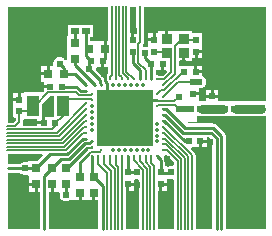
<source format=gtl>
G04*
G04 #@! TF.GenerationSoftware,Altium Limited,Altium Designer,21.0.9 (235)*
G04*
G04 Layer_Physical_Order=1*
G04 Layer_Color=255*
%FSLAX24Y24*%
%MOIN*%
G70*
G04*
G04 #@! TF.SameCoordinates,0FC08E8B-5143-46C9-A69D-0C2F4C58737C*
G04*
G04*
G04 #@! TF.FilePolarity,Positive*
G04*
G01*
G75*
%ADD10C,0.0098*%
%ADD12C,0.0079*%
%ADD13R,0.0256X0.0197*%
%ADD14R,0.0197X0.0236*%
%ADD15R,0.0236X0.0197*%
%ADD16R,0.0315X0.0295*%
%ADD17R,0.0374X0.0335*%
%ADD18R,0.0295X0.0315*%
%ADD19R,0.0300X0.0300*%
%ADD21R,0.1909X0.1909*%
%ADD22R,0.0394X0.0709*%
%ADD32C,0.0108*%
%ADD33C,0.0300*%
%ADD34C,0.0059*%
%ADD35C,0.0200*%
%ADD36C,0.0057*%
%ADD37C,0.0072*%
%ADD38C,0.0083*%
%ADD39C,0.0240*%
%ADD40C,0.0138*%
G36*
X372Y2817D02*
X316D01*
Y2598D01*
X216D01*
Y2817D01*
X169D01*
Y3708D01*
X372D01*
Y2817D01*
D02*
G37*
G36*
X-555Y2566D02*
X-609D01*
Y2309D01*
X-709D01*
Y2566D01*
X-907D01*
Y2566D01*
X-943D01*
Y2566D01*
X-1150D01*
Y2705D01*
X-1071D01*
Y3102D01*
X-1901D01*
Y2738D01*
X-1931D01*
Y2243D01*
X-1931D01*
Y2206D01*
X-1931D01*
Y1926D01*
X-1981Y1914D01*
X-1984Y1921D01*
X-2000Y1945D01*
X-2019Y1967D01*
X-2041Y1986D01*
X-2065Y2002D01*
X-2091Y2015D01*
X-2118Y2024D01*
X-2146Y2030D01*
X-2175Y2032D01*
X-2204Y2030D01*
X-2232Y2024D01*
X-2260Y2015D01*
X-2285Y2002D01*
X-2309Y1986D01*
X-2331Y1967D01*
X-2350Y1945D01*
X-2366Y1921D01*
X-2379Y1895D01*
X-2388Y1868D01*
X-2394Y1840D01*
X-2396Y1811D01*
X-2394Y1782D01*
X-2392Y1774D01*
X-2418Y1733D01*
X-2431Y1724D01*
X-2499D01*
Y1467D01*
X-2549D01*
Y1417D01*
X-2797D01*
Y1209D01*
X-2708D01*
Y1083D01*
X-2490D01*
Y983D01*
X-2708D01*
Y881D01*
X-2719Y872D01*
X-2765Y858D01*
Y858D01*
X-2765Y858D01*
X-3359D01*
Y828D01*
X-3465D01*
Y610D01*
X-3515D01*
Y560D01*
X-3713D01*
Y392D01*
Y-2D01*
X-3645D01*
Y-73D01*
X-3711Y-140D01*
X-3905D01*
Y3708D01*
X-555D01*
Y2566D01*
D02*
G37*
G36*
X4692Y550D02*
X4557D01*
X4550Y550D01*
X3690D01*
X3690Y550D01*
X3270Y550D01*
X3114D01*
Y667D01*
X2718D01*
Y550D01*
X2500Y550D01*
X2464Y585D01*
Y753D01*
X2266D01*
Y853D01*
X2464D01*
Y932D01*
X2486Y980D01*
X2515Y982D01*
X2543Y988D01*
X2570Y997D01*
X2596Y1010D01*
X2620Y1026D01*
X2642Y1045D01*
X2661Y1067D01*
X2677Y1091D01*
X2690Y1116D01*
X2699Y1144D01*
X2704Y1172D01*
X2706Y1201D01*
X2704Y1230D01*
X2699Y1258D01*
X2690Y1285D01*
X2677Y1311D01*
X2661Y1335D01*
X2642Y1357D01*
X2620Y1376D01*
X2596Y1392D01*
X2580Y1400D01*
Y1495D01*
X2362D01*
Y1545D01*
X2312D01*
Y1744D01*
X1803D01*
Y1906D01*
X1913D01*
Y2173D01*
X2013D01*
Y1906D01*
X2250D01*
Y1985D01*
X2328D01*
Y2203D01*
X2378D01*
Y2253D01*
X2576D01*
Y2379D01*
Y2815D01*
X2250D01*
Y2893D01*
X1442D01*
Y2626D01*
X1342D01*
Y2893D01*
X1105D01*
Y2815D01*
X1028D01*
Y2597D01*
X978D01*
Y2547D01*
X779D01*
Y2388D01*
X764Y2371D01*
X729Y2354D01*
X717Y2359D01*
X688Y2364D01*
X659Y2366D01*
X646Y2365D01*
X607Y2403D01*
X606Y2443D01*
X607Y2443D01*
X618Y2461D01*
X625Y2479D01*
X630Y2499D01*
X632Y2520D01*
Y3708D01*
X4692D01*
Y550D01*
D02*
G37*
G36*
X1320Y1593D02*
X1368D01*
X1389Y1543D01*
X1255Y1409D01*
X1166D01*
X1153Y1417D01*
X1130Y1427D01*
X1107Y1432D01*
X1083Y1434D01*
X1036Y1472D01*
Y1593D01*
X1220D01*
Y1791D01*
X1320D01*
Y1593D01*
D02*
G37*
G36*
X-683Y1702D02*
X-555D01*
Y1483D01*
X-584Y1454D01*
X-597Y1439D01*
X-608Y1421D01*
X-616Y1402D01*
X-620Y1383D01*
X-622Y1363D01*
X-630Y1350D01*
X-639Y1327D01*
X-686Y1318D01*
X-692Y1320D01*
X-693Y1323D01*
X-706Y1343D01*
X-721Y1361D01*
X-971Y1611D01*
X-970Y1619D01*
X-972Y1648D01*
X-973Y1652D01*
X-940Y1702D01*
X-783D01*
Y1900D01*
X-683D01*
Y1702D01*
D02*
G37*
G36*
X4692Y-3708D02*
X3373D01*
X3365Y-3700D01*
Y-616D01*
X3365Y-616D01*
X3363Y-592D01*
X3358Y-569D01*
X3349Y-548D01*
X3337Y-528D01*
X3321Y-510D01*
X3321Y-510D01*
X3042Y-231D01*
X3025Y-216D01*
X3004Y-203D01*
X2983Y-194D01*
X2960Y-189D01*
X2937Y-187D01*
X2086D01*
X2079Y-178D01*
X2106Y-128D01*
X2392D01*
Y50D01*
X2566D01*
X2566Y50D01*
X3070D01*
X3841Y50D01*
Y50D01*
X4550D01*
X4557Y50D01*
X4692D01*
Y-3708D01*
D02*
G37*
G36*
X-2375Y31D02*
X-2658D01*
Y-167D01*
X-2708D01*
Y-217D01*
X-2926D01*
Y-256D01*
X-3394D01*
X-3412Y-206D01*
X-3410Y-203D01*
X-3399Y-186D01*
X-3391Y-167D01*
X-3386Y-147D01*
X-3385Y-127D01*
Y-90D01*
X-3359Y-51D01*
X-2926D01*
Y-117D01*
X-2758D01*
Y31D01*
X-2765D01*
Y458D01*
X-2503Y720D01*
X-2375D01*
Y31D01*
D02*
G37*
G36*
X-2740Y-1259D02*
X-2917Y-1435D01*
X-3210D01*
Y-1439D01*
X-3220Y-1451D01*
X-3260Y-1473D01*
X-3270Y-1470D01*
X-3298Y-1464D01*
X-3327Y-1463D01*
X-3356Y-1464D01*
X-3384Y-1470D01*
X-3411Y-1479D01*
X-3437Y-1492D01*
X-3461Y-1508D01*
X-3483Y-1527D01*
X-3488Y-1533D01*
X-3890D01*
X-3905Y-1520D01*
Y-1213D01*
X-2759D01*
X-2740Y-1259D01*
D02*
G37*
G36*
X1630Y-1479D02*
Y-1565D01*
X1623Y-1575D01*
X1580Y-1603D01*
X1574Y-1602D01*
X1545Y-1600D01*
X1516Y-1602D01*
X1488Y-1608D01*
X1461Y-1617D01*
X1439Y-1628D01*
X1430Y-1625D01*
X1389Y-1603D01*
Y-1603D01*
X1341Y-1600D01*
Y-1388D01*
X1339Y-1364D01*
X1333Y-1342D01*
X1324Y-1320D01*
X1312Y-1300D01*
X1299Y-1284D01*
X1367Y-1216D01*
X1630Y-1479D01*
D02*
G37*
G36*
X2910Y-742D02*
Y-3700D01*
X2903Y-3708D01*
X2361D01*
X2354Y-3701D01*
Y-1233D01*
X2353Y-1213D01*
X2348Y-1193D01*
X2340Y-1174D01*
X2330Y-1157D01*
X2316Y-1141D01*
X2207Y-1032D01*
X2227Y-986D01*
X2470D01*
Y-787D01*
X2520D01*
Y-737D01*
X2738D01*
Y-642D01*
X2810D01*
X2910Y-742D01*
D02*
G37*
G36*
X1461Y-2025D02*
X1488Y-2034D01*
X1516Y-2039D01*
X1545Y-2041D01*
X1574Y-2039D01*
X1580Y-2038D01*
X1623Y-2066D01*
X1630Y-2077D01*
Y-3701D01*
X1623Y-3708D01*
X1096D01*
X1090Y-3701D01*
Y-2433D01*
X1141D01*
Y-2215D01*
X1191D01*
Y-2165D01*
X1389D01*
Y-2041D01*
X1395Y-2035D01*
X1422Y-2019D01*
X1439Y-2014D01*
X1461Y-2025D01*
D02*
G37*
G36*
X375Y-2039D02*
X404Y-2041D01*
X430Y-2040D01*
X433Y-2040D01*
X480Y-2076D01*
Y-3701D01*
X473Y-3708D01*
X38D01*
X32Y-3701D01*
Y-2433D01*
X48D01*
Y-2215D01*
X98D01*
Y-2165D01*
X297D01*
Y-2069D01*
X299Y-2065D01*
X343Y-2034D01*
X346Y-2034D01*
X375Y-2039D01*
D02*
G37*
G36*
X-2371Y-2462D02*
X-2211D01*
X-2188Y-2485D01*
X-2174Y-2512D01*
X-2177Y-2530D01*
X-2179Y-2559D01*
X-2177Y-2588D01*
X-2172Y-2616D01*
X-2162Y-2643D01*
X-2150Y-2669D01*
X-2134Y-2693D01*
X-2115Y-2715D01*
X-2093Y-2734D01*
X-2069Y-2750D01*
X-2043Y-2763D01*
X-2016Y-2772D01*
X-1987Y-2778D01*
X-1959Y-2780D01*
X-1930Y-2778D01*
X-1902Y-2772D01*
X-1874Y-2763D01*
X-1848Y-2750D01*
X-1824Y-2734D01*
X-1804Y-2716D01*
X-1800Y-2716D01*
X-1754Y-2735D01*
Y-2748D01*
X-1546D01*
Y-2500D01*
X-1446D01*
Y-2748D01*
X-1083D01*
Y-2500D01*
X-983D01*
Y-2748D01*
X-888D01*
Y-3691D01*
X-904Y-3708D01*
X-2530D01*
X-2537Y-3701D01*
Y-2462D01*
X-2471D01*
Y-2215D01*
X-2371D01*
Y-2462D01*
D02*
G37*
G36*
X-3483Y-1839D02*
X-3461Y-1858D01*
X-3437Y-1874D01*
X-3411Y-1887D01*
X-3384Y-1896D01*
X-3356Y-1902D01*
X-3327Y-1904D01*
X-3298Y-1902D01*
X-3270Y-1896D01*
X-3260Y-1893D01*
X-3247Y-1900D01*
X-3210Y-1931D01*
Y-1967D01*
X-3210D01*
Y-2165D01*
X-2953D01*
Y-2215D01*
X-2903D01*
Y-2462D01*
X-2837D01*
Y-3701D01*
X-2844Y-3708D01*
X-3905D01*
Y-1847D01*
X-3890Y-1833D01*
X-3488D01*
X-3483Y-1839D01*
D02*
G37*
%LPC*%
G36*
X-2599Y1724D02*
X-2797D01*
Y1517D01*
X-2599D01*
Y1724D01*
D02*
G37*
G36*
X-3565Y828D02*
X-3713D01*
Y660D01*
X-3565D01*
Y828D01*
D02*
G37*
G36*
X928Y2815D02*
X779D01*
Y2647D01*
X928D01*
Y2815D01*
D02*
G37*
G36*
X2576Y2153D02*
X2428D01*
Y1985D01*
X2576D01*
Y2153D01*
D02*
G37*
G36*
X2580Y1744D02*
X2412D01*
Y1595D01*
X2580D01*
Y1744D01*
D02*
G37*
G36*
X3114Y935D02*
X2966D01*
Y767D01*
X3114D01*
Y935D01*
D02*
G37*
G36*
X2866D02*
X2718D01*
Y767D01*
X2866D01*
Y935D01*
D02*
G37*
G36*
X2738Y-837D02*
X2570D01*
Y-986D01*
X2738D01*
Y-837D01*
D02*
G37*
G36*
X1389Y-2265D02*
X1241D01*
Y-2433D01*
X1389D01*
Y-2265D01*
D02*
G37*
G36*
X297D02*
X148D01*
Y-2433D01*
X297D01*
Y-2265D01*
D02*
G37*
G36*
X-3003D02*
X-3210D01*
Y-2462D01*
X-3003D01*
Y-2265D01*
D02*
G37*
%LPD*%
D10*
X3216Y-3700D02*
Y-616D01*
X3060Y-3700D02*
Y-680D01*
X2937Y-337D02*
X3216Y-616D01*
X2872Y-492D02*
X3060Y-680D01*
X-1299Y2067D02*
Y2904D01*
X-1191Y1619D02*
Y1959D01*
X-591Y591D02*
X0Y0D01*
X-591Y591D02*
Y1083D01*
X-2953Y-1683D02*
X-2490Y-1220D01*
X659Y2008D02*
Y2146D01*
Y2008D02*
X876Y1791D01*
X-2175Y1811D02*
X-2018Y1654D01*
Y1467D02*
Y1654D01*
X-2096Y1033D02*
X-1614D01*
X-1467Y886D01*
X-1280D01*
X-2018Y1467D02*
X-1663D01*
X-1280Y1083D01*
X-1673Y1772D02*
Y1959D01*
Y1772D02*
X-984Y1083D01*
X-1191Y1619D02*
X-827Y1255D01*
Y1152D02*
X-787Y1113D01*
Y1083D02*
Y1113D01*
X-827Y1152D02*
Y1255D01*
X-653Y1213D02*
Y1434D01*
Y1213D02*
X-591Y1151D01*
Y1083D02*
Y1151D01*
X-1673Y2904D02*
X-1673Y2904D01*
X-1673Y2490D02*
Y2904D01*
X266Y1830D02*
X492Y1604D01*
X266Y1830D02*
Y2205D01*
X98Y-1821D02*
X404D01*
X591Y591D02*
X1083D01*
X0Y0D02*
X236Y236D01*
X591Y591D01*
X-2490Y-1220D02*
X-1917D01*
X-1386Y-689D01*
X-1280D01*
X-2687Y-3701D02*
Y-1949D01*
X-2421Y-1683D01*
X-2116Y-1378D01*
X-1855D01*
X-1959Y-1683D02*
X-1940D01*
X-1269Y-1012D01*
X-1113Y-787D02*
X-1083D01*
X-1175Y-850D02*
X-1113Y-787D01*
X-1327Y-850D02*
X-1175D01*
X-1855Y-1378D02*
X-1327Y-850D01*
X98Y-1821D02*
Y-1280D01*
X1083D02*
X1191Y-1388D01*
Y-1821D02*
Y-1388D01*
Y-1821D02*
X1211Y-1841D01*
X1280Y98D02*
X1333D01*
X1280Y295D02*
X1356D01*
X1280Y-98D02*
X1310D01*
X1356Y295D02*
X1988Y-337D01*
X2937D01*
X1923Y-492D02*
X2872D01*
X1333Y98D02*
X1923Y-492D01*
X1999Y-787D02*
X2126D01*
X1310Y-98D02*
X1999Y-787D01*
X492Y1280D02*
Y1604D01*
X886Y1280D02*
Y1781D01*
X876Y1791D02*
X886Y1781D01*
X-1959Y-2559D02*
Y-2215D01*
Y-2559D02*
X-1959Y-2559D01*
X1211Y-1841D02*
X1545D01*
X-1083Y-1919D02*
X-1033Y-1969D01*
X-1083Y-1919D02*
Y-1280D01*
X-1496Y-1969D02*
Y-1484D01*
X-1243Y-1231D01*
X-1033Y-1969D02*
X-738Y-2264D01*
Y-3691D02*
Y-2264D01*
X-3890Y-1683D02*
X-3327D01*
X-2953D01*
X-1299Y2067D02*
X-1191Y1959D01*
X-659Y1974D02*
Y2309D01*
X-733Y1900D02*
X-659Y1974D01*
D12*
X-886Y-1535D02*
Y-1280D01*
X-689Y-1535D02*
Y-1280D01*
Y-1535D02*
X-457Y-1768D01*
X-886Y-1535D02*
X-593Y-1829D01*
X-457Y-3701D02*
Y-1768D01*
X-593Y-3701D02*
Y-1829D01*
D13*
X3667Y302D02*
D03*
X3293D02*
D03*
X2165Y302D02*
D03*
X2539Y302D02*
D03*
X-1673Y2904D02*
D03*
X-1299D02*
D03*
D14*
X2916Y323D02*
D03*
Y717D02*
D03*
X1792Y305D02*
D03*
Y699D02*
D03*
X2266Y1197D02*
D03*
Y803D02*
D03*
X1191Y-1821D02*
D03*
Y-2215D02*
D03*
X98Y-1821D02*
D03*
Y-2215D02*
D03*
X2378Y2597D02*
D03*
Y2203D02*
D03*
X978Y2203D02*
D03*
Y2597D02*
D03*
X266Y2205D02*
D03*
Y2598D02*
D03*
X-3515Y217D02*
D03*
Y610D02*
D03*
D15*
X876Y1791D02*
D03*
X1270D02*
D03*
X2126Y-787D02*
D03*
X2520D02*
D03*
X1969Y1545D02*
D03*
X2362D02*
D03*
X-2096Y1033D02*
D03*
X-2490D02*
D03*
X-2314Y-167D02*
D03*
X-2708D02*
D03*
X-1127Y1900D02*
D03*
X-733D02*
D03*
D16*
X-1959Y-2215D02*
D03*
Y-1683D02*
D03*
X-2421Y-2215D02*
D03*
Y-1683D02*
D03*
X-2953Y-2215D02*
D03*
Y-1683D02*
D03*
X-1673Y2490D02*
D03*
Y1959D02*
D03*
X-1496Y-2500D02*
D03*
Y-1969D02*
D03*
X-1033Y-2500D02*
D03*
Y-1969D02*
D03*
D17*
X1392Y2173D02*
D03*
Y2626D02*
D03*
X1963D02*
D03*
Y2173D02*
D03*
D18*
X-2549Y1467D02*
D03*
X-2018D02*
D03*
X-1191Y2309D02*
D03*
X-659D02*
D03*
D19*
X4550Y300D02*
D03*
D21*
X0Y0D02*
D03*
D22*
X-2078Y404D02*
D03*
X-3062D02*
D03*
D32*
X886Y1280D02*
D03*
X-492D02*
D03*
X-295D02*
D03*
X-98D02*
D03*
X98D02*
D03*
X295D02*
D03*
X492D02*
D03*
X689D02*
D03*
X1083D02*
D03*
X-1280Y1083D02*
D03*
X-984D02*
D03*
X-787D02*
D03*
X-591D02*
D03*
X-394D02*
D03*
X-197D02*
D03*
X0D02*
D03*
X197D02*
D03*
X394D02*
D03*
X591D02*
D03*
X1280D02*
D03*
X1083Y787D02*
D03*
X-1280Y886D02*
D03*
X-1083Y787D02*
D03*
X1280Y689D02*
D03*
X-1083Y591D02*
D03*
X1083D02*
D03*
X-1280Y492D02*
D03*
X-1083Y394D02*
D03*
X1083D02*
D03*
X-1280Y295D02*
D03*
X1280D02*
D03*
X-1083Y197D02*
D03*
X-1280Y98D02*
D03*
X1280D02*
D03*
X-1083Y0D02*
D03*
X-1280Y-98D02*
D03*
X1280D02*
D03*
X-1083Y-197D02*
D03*
X1083D02*
D03*
X-1280Y-295D02*
D03*
X1280D02*
D03*
X-1083Y-394D02*
D03*
X1083D02*
D03*
X-1280Y-492D02*
D03*
X1280D02*
D03*
X1083Y-591D02*
D03*
X-1280Y-689D02*
D03*
X1280D02*
D03*
X-1083Y-787D02*
D03*
X1083D02*
D03*
X1280Y-886D02*
D03*
X-1083Y-984D02*
D03*
X-787Y-1083D02*
D03*
X-394D02*
D03*
X-197D02*
D03*
X0D02*
D03*
X197D02*
D03*
X394D02*
D03*
X591D02*
D03*
X787D02*
D03*
X1280D02*
D03*
X-1083Y-1280D02*
D03*
X-886D02*
D03*
X-689D02*
D03*
X-492D02*
D03*
X-295D02*
D03*
X-98D02*
D03*
X98D02*
D03*
X295D02*
D03*
X492D02*
D03*
X689D02*
D03*
X886D02*
D03*
X1083D02*
D03*
D33*
X3690Y300D02*
X4550D01*
X2566D02*
X3270D01*
D34*
X2108Y-3701D02*
Y-1281D01*
X2225Y-3701D02*
Y-1233D01*
X1992Y-3701D02*
Y-1329D01*
X1876Y-3701D02*
Y-1377D01*
X1760Y-3701D02*
Y-1425D01*
X1769Y1201D02*
X2486D01*
X-2276Y-502D02*
X-1282Y492D01*
X-3917Y-502D02*
X-2276D01*
X-3917Y-386D02*
X-2444D01*
X-3515Y-127D02*
Y217D01*
X-3917Y-270D02*
X-3658D01*
X-3515Y-127D01*
X295Y1280D02*
Y1283D01*
X39Y1539D02*
X295Y1283D01*
X98Y1280D02*
Y1316D01*
X-77Y1491D02*
X98Y1316D01*
X-77Y1491D02*
Y3720D01*
X-193Y1443D02*
Y3720D01*
Y1443D02*
X-98Y1348D01*
X-309Y1293D02*
Y3720D01*
Y1293D02*
X-295Y1280D01*
X39Y1539D02*
Y3720D01*
X-425Y1429D02*
Y3720D01*
X-492Y1362D02*
X-425Y1429D01*
X502Y2520D02*
Y3722D01*
X453Y2470D02*
X502Y2520D01*
X-3917Y-618D02*
X-2195D01*
X-3917Y-734D02*
X-2142D01*
X-2444Y-386D02*
X-2314Y-256D01*
Y-167D01*
X-3917Y-1083D02*
X-1972D01*
X-1381Y-492D02*
X-1280D01*
X-1972Y-1083D02*
X-1381Y-492D01*
X-3917Y-967D02*
X-2020D01*
X-1348Y-295D01*
X-1280D01*
X-3917Y-850D02*
X-2071D01*
X-1319Y-98D02*
X-1280D01*
X-2071Y-850D02*
X-1319Y-98D01*
X-1309Y98D02*
X-1280D01*
X-2142Y-734D02*
X-1309Y98D01*
X-2195Y-618D02*
X-1282Y295D01*
X-1280D01*
X-1282Y492D02*
X-1280D01*
X1309Y1280D02*
X1545Y1516D01*
Y2020D01*
X1673Y1476D02*
Y2402D01*
X1392Y2173D02*
X1545Y2020D01*
X1363Y2203D02*
X1392Y2173D01*
X-98Y1280D02*
Y1348D01*
X-492Y1280D02*
Y1362D01*
X978Y2203D02*
X1363D01*
X1868Y2597D02*
X2378D01*
X1673Y2402D02*
X1868Y2597D01*
X1280Y712D02*
X1769Y1201D01*
X1280Y689D02*
Y712D01*
X1949Y1545D02*
X1969D01*
X1319Y915D02*
X1949Y1545D01*
X1213Y915D02*
X1319D01*
X1083Y787D02*
X1085D01*
X1213Y915D01*
X1280Y1083D02*
X1673Y1476D01*
X1083Y1280D02*
X1309D01*
X-98Y-3701D02*
Y-1280D01*
X-492Y-1535D02*
X-331Y-1697D01*
Y-3701D02*
Y-1697D01*
X-492Y-1535D02*
Y-1280D01*
X-295Y-1568D02*
X-215Y-1649D01*
Y-3701D02*
Y-1649D01*
X-295Y-1568D02*
Y-1280D01*
X295Y-1420D02*
Y-1280D01*
Y-1420D02*
X610Y-1735D01*
Y-3701D02*
Y-1735D01*
X492Y-1453D02*
X727Y-1688D01*
Y-3701D02*
Y-1688D01*
X492Y-1453D02*
Y-1280D01*
X689Y-1486D02*
X843Y-1640D01*
X689Y-1486D02*
Y-1280D01*
X843Y-3701D02*
Y-1640D01*
X886Y-1518D02*
X960Y-1592D01*
Y-3701D02*
Y-1592D01*
X886Y-1518D02*
Y-1280D01*
X1280Y-1083D02*
X1417D01*
X1280Y-492D02*
X1320D01*
X1280Y-886D02*
X1385D01*
X1280Y-689D02*
X1352D01*
X1280Y-295D02*
X1287D01*
X1417Y-1083D02*
X1760Y-1425D01*
X1385Y-886D02*
X1876Y-1377D01*
X1352Y-689D02*
X1992Y-1329D01*
X1320Y-492D02*
X2108Y-1281D01*
X1287Y-295D02*
X2225Y-1233D01*
X689Y1280D02*
Y1599D01*
X453Y1835D02*
Y2470D01*
Y1835D02*
X689Y1599D01*
D35*
X1793Y303D02*
X2145D01*
D36*
X1793D02*
X1795Y301D01*
X1662Y435D02*
X1793Y303D01*
X1124Y435D02*
X1662D01*
X1124Y549D02*
X1642D01*
X1792Y699D01*
X-3062Y404D02*
X-3002D01*
X-2556Y849D01*
X-1849Y632D02*
X-1124D01*
X-2556Y849D02*
X-1621D01*
X-3515Y217D02*
X-3249D01*
X-3062Y404D01*
X-2078Y69D02*
Y404D01*
X-2314Y-167D02*
X-2078Y69D01*
Y404D02*
X-1849Y632D01*
X-1514Y746D02*
X-1124D01*
X-1519Y751D02*
X-1514Y746D01*
X-1522Y751D02*
X-1519D01*
X-1621Y849D02*
X-1522Y751D01*
X-1124Y746D02*
X-1083Y787D01*
X-1124Y632D02*
X-1083Y591D01*
X1083D02*
X1124Y549D01*
X1083Y394D02*
X1124Y435D01*
D37*
X-1243Y-1231D02*
X-1144Y-1132D01*
X-837D01*
X-787Y-1083D01*
D38*
X-1096Y-997D02*
X-1083Y-984D01*
X-1254Y-997D02*
X-1096D01*
D39*
X4078Y-79D02*
D03*
Y679D02*
D03*
X3566Y-79D02*
D03*
X3566Y679D02*
D03*
X3570Y1590D02*
D03*
X4570D02*
D03*
X3570Y2590D02*
D03*
X4570D02*
D03*
X1570Y3590D02*
D03*
X4570D02*
D03*
X2570D02*
D03*
X4570Y-590D02*
D03*
X3490D02*
D03*
Y-1590D02*
D03*
X2472D02*
D03*
X4570D02*
D03*
Y-2590D02*
D03*
Y-3590D02*
D03*
X2910Y1050D02*
D03*
X4566Y679D02*
D03*
X4566Y-79D02*
D03*
X2569Y-39D02*
D03*
X2590Y700D02*
D03*
X2486Y1201D02*
D03*
X295Y2904D02*
D03*
X2700Y1550D02*
D03*
X2710Y2210D02*
D03*
X1390Y3020D02*
D03*
X757Y2953D02*
D03*
Y3590D02*
D03*
X3570D02*
D03*
X2825Y-797D02*
D03*
X1496Y-2234D02*
D03*
X2472Y-3590D02*
D03*
Y-2590D02*
D03*
X3490D02*
D03*
Y-3590D02*
D03*
X1208D02*
D03*
X260D02*
D03*
X148Y-2559D02*
D03*
X-1043Y-2864D02*
D03*
X-1516D02*
D03*
X-1020Y-3590D02*
D03*
X-2420D02*
D03*
X-2362Y-2559D02*
D03*
X-2953D02*
D03*
X-2960Y-3590D02*
D03*
X-3790Y-60D02*
D03*
X-2619Y394D02*
D03*
X-2835Y1033D02*
D03*
X-2913Y1467D02*
D03*
X-2559Y2362D02*
D03*
X-719Y3590D02*
D03*
X-1575D02*
D03*
X-2559D02*
D03*
X-3790D02*
D03*
Y2362D02*
D03*
Y984D02*
D03*
Y-2470D02*
D03*
Y-3590D02*
D03*
X-3327Y-1683D02*
D03*
X-3062Y-157D02*
D03*
X659Y2146D02*
D03*
X1201Y1496D02*
D03*
X-2175Y1811D02*
D03*
X-709Y1457D02*
D03*
X404Y-1821D02*
D03*
X1949Y1841D02*
D03*
X1545Y-1821D02*
D03*
X-1959Y-2559D02*
D03*
X404Y-2244D02*
D03*
X1211Y-2550D02*
D03*
X1417Y-1378D02*
D03*
X-3790Y-1330D02*
D03*
X-2992D02*
D03*
X-709Y709D02*
D03*
X-236D02*
D03*
X236D02*
D03*
X709D02*
D03*
X-709Y236D02*
D03*
X-236D02*
D03*
X236D02*
D03*
X709D02*
D03*
X-709Y-236D02*
D03*
X-236D02*
D03*
X236D02*
D03*
X709D02*
D03*
X-709Y-709D02*
D03*
X-236D02*
D03*
X236D02*
D03*
X709D02*
D03*
X-1191Y1619D02*
D03*
X-740Y2710D02*
D03*
D40*
X-1083Y394D02*
D03*
Y-394D02*
D03*
Y-197D02*
D03*
Y0D02*
D03*
Y197D02*
D03*
X787Y-1083D02*
D03*
X394D02*
D03*
X591D02*
D03*
X1083Y-197D02*
D03*
X1083Y-394D02*
D03*
Y-591D02*
D03*
Y-787D02*
D03*
X-394Y-1083D02*
D03*
X-197D02*
D03*
X0Y-1083D02*
D03*
X-394Y1083D02*
D03*
X-197D02*
D03*
X0D02*
D03*
X197D02*
D03*
X394D02*
D03*
X591D02*
D03*
X197Y-1083D02*
D03*
M02*

</source>
